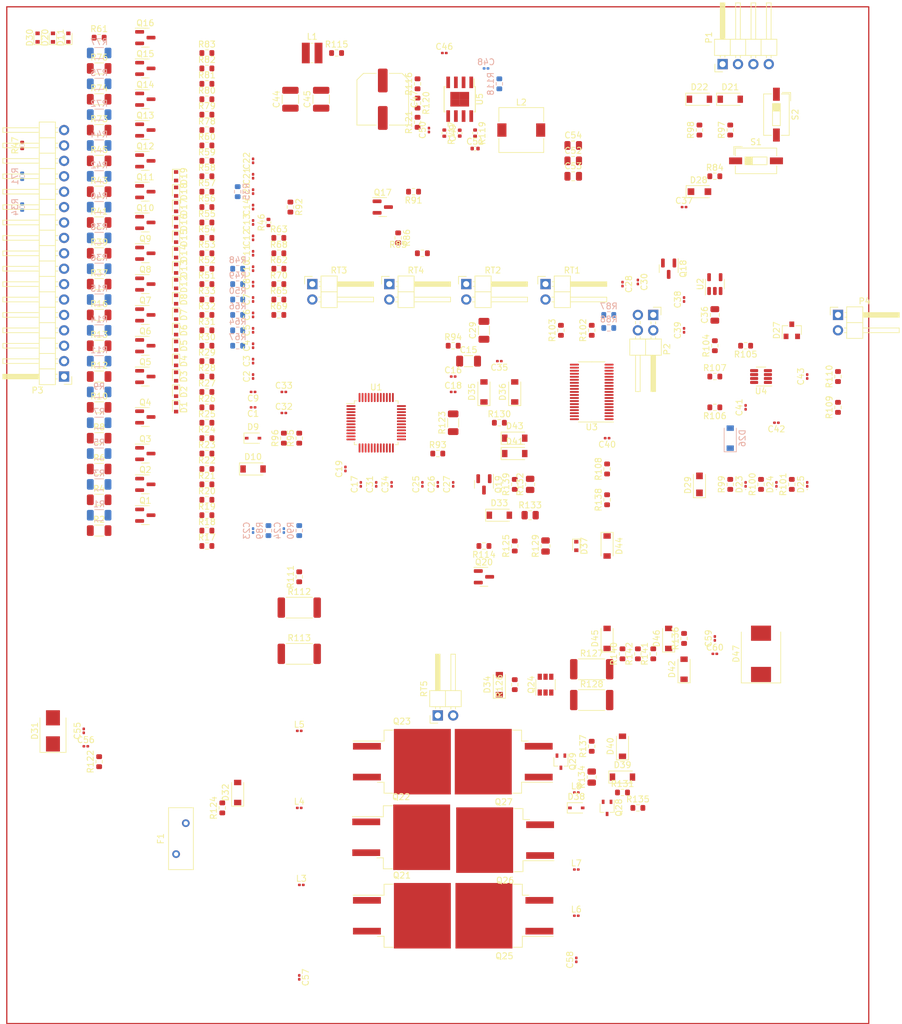
<source format=kicad_pcb>
(kicad_pcb (version 20211014) (generator pcbnew)
  (layers (0 "F.Cu" signal) (31 "B.Cu" signal) (34 "B.Paste" user) (35 "F.Paste" user) (36 "B.SilkS" user "B.Silkscreen") (37 "F.SilkS" user "F.Silkscreen") (38 "B.Mask" user) (39 "F.Mask" user) (44 "Edge.Cuts" user))
  (net 0 "")
  (net 1 "GND")
  (net 2 "/Monitor and Cell Balancing/VC0")
  (net 3 "/Monitor and Cell Balancing/VC1")
  (net 4 "/Monitor and Cell Balancing/VC2")
  (net 5 "/Monitor and Cell Balancing/VC3")
  (net 6 "/Monitor and Cell Balancing/VC4")
  (net 7 "/Monitor and Cell Balancing/VC5")
  (net 8 "/Monitor and Cell Balancing/VC6")
  (net 9 "/Monitor and Cell Balancing/VC7")
  (net 10 "/Monitor and Cell Balancing/VC8")
  (net 11 "/Monitor and Cell Balancing/VC9")
  (net 12 "/Monitor and Cell Balancing/VC10")
  (net 13 "/Monitor and Cell Balancing/VC11")
  (net 14 "/Monitor and Cell Balancing/VC12")
  (net 15 "/Monitor and Cell Balancing/VC13")
  (net 16 "Net-(C15-Pad1)")
  (net 17 "/Monitor and Cell Balancing/WAKE")
  (net 18 "Net-(C18-Pad2)")
  (net 19 "Net-(C19-Pad2)")
  (net 20 "/Monitor and Cell Balancing/VC14")
  (net 21 "Net-(C21-Pad1)")
  (net 22 "/Monitor and Cell Balancing/VC15")
  (net 23 "/Monitor and Cell Balancing/VC16")
  (net 24 "/MCU and Communication/FETOFF")
  (net 25 "/MCU and Communication/SHUT")
  (net 26 "/Monitor and Cell Balancing/5V_AFE")
  (net 27 "Net-(C26-Pad1)")
  (net 28 "Net-(C27-Pad2)")
  (net 29 "/Monitor and Cell Balancing/TS1")
  (net 30 "Net-(C29-Pad2)")
  (net 31 "/Monitor and Cell Balancing/TS2")
  (net 32 "/Monitor and Cell Balancing/TS3")
  (net 33 "/Monitor and Cell Balancing/SRN")
  (net 34 "/Monitor and Cell Balancing/SRP")
  (net 35 "/Monitor and Cell Balancing/TS4")
  (net 36 "/MCU and Communication/BAT_ADC")
  (net 37 "/MCU and Communication/3V3")
  (net 38 "/MCU and Communication/5V")
  (net 39 "/MCU and Communication/SBIO")
  (net 40 "Net-(C40-Pad1)")
  (net 41 "Net-(C43-Pad1)")
  (net 42 "Net-(C44-Pad2)")
  (net 43 "Net-(C45-Pad2)")
  (net 44 "Net-(C46-Pad2)")
  (net 45 "Net-(C48-Pad1)")
  (net 46 "Net-(C49-Pad1)")
  (net 47 "Net-(C49-Pad2)")
  (net 48 "Net-(C50-Pad1)")
  (net 49 "Net-(C50-Pad2)")
  (net 50 "/BAT-")
  (net 51 "Net-(C55-Pad2)")
  (net 52 "/BAT+")
  (net 53 "Net-(C57-Pad1)")
  (net 54 "Net-(C57-Pad2)")
  (net 55 "/PACK+")
  (net 56 "/PACK-")
  (net 57 "Net-(C59-Pad2)")
  (net 58 "Net-(D1-Pad1)")
  (net 59 "/Monitor and Cell Balancing/CELL 0")
  (net 60 "Net-(D2-Pad1)")
  (net 61 "/Monitor and Cell Balancing/CELL 1")
  (net 62 "Net-(D3-Pad1)")
  (net 63 "/Monitor and Cell Balancing/CELL 2")
  (net 64 "Net-(D4-Pad1)")
  (net 65 "/Monitor and Cell Balancing/CELL 3")
  (net 66 "Net-(D5-Pad1)")
  (net 67 "/Monitor and Cell Balancing/CELL 4")
  (net 68 "Net-(D6-Pad1)")
  (net 69 "/Monitor and Cell Balancing/CELL 5")
  (net 70 "Net-(D7-Pad1)")
  (net 71 "/Monitor and Cell Balancing/CELL 6")
  (net 72 "Net-(D8-Pad1)")
  (net 73 "/Monitor and Cell Balancing/CELL 7")
  (net 74 "Net-(D11-Pad1)")
  (net 75 "/Monitor and Cell Balancing/CELL 16")
  (net 76 "Net-(D12-Pad1)")
  (net 77 "/Monitor and Cell Balancing/CELL 8")
  (net 78 "Net-(D13-Pad1)")
  (net 79 "/Monitor and Cell Balancing/CELL 9")
  (net 80 "Net-(D14-Pad1)")
  (net 81 "/Monitor and Cell Balancing/CELL 10")
  (net 82 "Net-(D15-Pad1)")
  (net 83 "/Monitor and Cell Balancing/CELL 11")
  (net 84 "Net-(D16-Pad1)")
  (net 85 "/Monitor and Cell Balancing/CELL 12")
  (net 86 "Net-(D17-Pad1)")
  (net 87 "/Monitor and Cell Balancing/CELL 13")
  (net 88 "Net-(D18-Pad1)")
  (net 89 "/Monitor and Cell Balancing/CELL 14")
  (net 90 "Net-(D19-Pad1)")
  (net 91 "/Monitor and Cell Balancing/CELL 15")
  (net 92 "Net-(D20-Pad1)")
  (net 93 "Net-(D21-Pad1)")
  (net 94 "Net-(D22-Pad1)")
  (net 95 "/MCU and Communication/LED1")
  (net 96 "Net-(D23-Pad2)")
  (net 97 "/MCU and Communication/LED2")
  (net 98 "Net-(D24-Pad2)")
  (net 99 "/MCU and Communication/LED3")
  (net 100 "Net-(D25-Pad2)")
  (net 101 "/MCU and Communication/CANH")
  (net 102 "/MCU and Communication/CANL")
  (net 103 "/HIGH SIDE MOSFETS AND DRIVERS/Fuse")
  (net 104 "/MCU and Communication/FUSE_MCU")
  (net 105 "Net-(D32-Pad1)")
  (net 106 "/HIGH SIDE MOSFETS AND DRIVERS/PDSG")
  (net 107 "Net-(D34-Pad1)")
  (net 108 "Net-(D34-Pad2)")
  (net 109 "/Monitor and Cell Balancing/DSG")
  (net 110 "Net-(D36-Pad1)")
  (net 111 "Net-(D37-Pad1)")
  (net 112 "Net-(D37-Pad2)")
  (net 113 "Net-(D38-Pad1)")
  (net 114 "Net-(D40-Pad1)")
  (net 115 "/Monitor and Cell Balancing/LD")
  (net 116 "Net-(D42-Pad2)")
  (net 117 "/Monitor and Cell Balancing/PACK")
  (net 118 "Net-(D44-Pad1)")
  (net 119 "Net-(D45-Pad1)")
  (net 120 "Net-(L3-Pad2)")
  (net 121 "Net-(L4-Pad2)")
  (net 122 "Net-(L5-Pad2)")
  (net 123 "Net-(L6-Pad1)")
  (net 124 "Net-(L7-Pad1)")
  (net 125 "Net-(L8-Pad1)")
  (net 126 "/MCU and Communication/SCL")
  (net 127 "/MCU and Communication/SCL_MCU")
  (net 128 "/MCU and Communication/SDA")
  (net 129 "/MCU and Communication/SDA_MCU")
  (net 130 "Net-(Q1-Pad3)")
  (net 131 "Net-(Q2-Pad3)")
  (net 132 "Net-(Q3-Pad3)")
  (net 133 "Net-(Q4-Pad3)")
  (net 134 "Net-(Q5-Pad3)")
  (net 135 "Net-(Q6-Pad3)")
  (net 136 "Net-(Q7-Pad3)")
  (net 137 "Net-(Q8-Pad3)")
  (net 138 "Net-(Q9-Pad3)")
  (net 139 "Net-(Q10-Pad3)")
  (net 140 "Net-(Q11-Pad3)")
  (net 141 "Net-(Q12-Pad3)")
  (net 142 "Net-(Q13-Pad3)")
  (net 143 "Net-(Q14-Pad3)")
  (net 144 "Net-(Q15-Pad3)")
  (net 145 "Net-(Q16-Pad3)")
  (net 146 "Net-(Q17-Pad1)")
  (net 147 "Net-(Q17-Pad3)")
  (net 148 "/MCU and Communication/BATS_EN")
  (net 149 "Net-(Q18-Pad3)")
  (net 150 "Net-(Q19-Pad1)")
  (net 151 "Net-(Q20-Pad3)")
  (net 152 "Net-(Q24-Pad1)")
  (net 153 "Net-(Q28-Pad3)")
  (net 154 "Net-(Q29-Pad3)")
  (net 155 "Net-(R62-Pad1)")
  (net 156 "Net-(R63-Pad1)")
  (net 157 "Net-(R65-Pad1)")
  (net 158 "Net-(R68-Pad1)")
  (net 159 "Net-(R69-Pad1)")
  (net 160 "Net-(R70-Pad1)")
  (net 161 "Net-(R84-Pad2)")
  (net 162 "Net-(R87-Pad1)")
  (net 163 "Net-(R88-Pad1)")
  (net 164 "Net-(R93-Pad1)")
  (net 165 "/MCU and Communication/SBCLK")
  (net 166 "Net-(R105-Pad1)")
  (net 167 "/MCU and Communication/STB")
  (net 168 "/MCU and Communication/RXD")
  (net 169 "Net-(R106-Pad2)")
  (net 170 "/MCU and Communication/TXD")
  (net 171 "Net-(R107-Pad2)")
  (net 172 "/MCU and Communication/PTC_PULL")
  (net 173 "/Monitor and Cell Balancing/FUSE_AFE")
  (net 174 "Net-(R116-Pad2)")
  (net 175 "Net-(R117-Pad1)")
  (net 176 "/HIGH SIDE MOSFETS AND DRIVERS/CHG")
  (net 177 "Net-(R132-Pad2)")
  (net 179 "/MCU and Communication/ALERT")
  (net 180 "/MCU and Communication/DCSG")
  (net 181 "/MCU and Communication/DDSG")
  (net 188 "/AUX POWER/POW_EN")
  (footprint "Capacitor_SMD:C_0201_0603Metric" (layer "F.Cu") (at 60.96 71.12 90)
    (fp_text reference "C5")
    (fp_text value "0.22uf")
  )
  (footprint "Resistor_SMD:R_0603_1608Metric" (layer "F.Cu") (at 53.34 101.6)
    (fp_text reference "R19")
    (fp_text value "100")
  )
  (footprint "Resistor_SMD:R_0603_1608Metric" (layer "F.Cu") (at 53.34 30.48)
    (fp_text reference "R81")
    (fp_text value "100")
  )
  (footprint "Inductor_SMD:L_0201_0603Metric" (layer "F.Cu") (at 114.3 167.64)
    (fp_text reference "L6")
    (fp_text value "600ohm")
  )
  (footprint "Diode_SMD:D_SOD-523" (layer "F.Cu") (at 25.4 22.86 90)
    (fp_text reference "D30")
    (fp_text value "BAS516,115" hide)
  )
  (footprint "Capacitor_SMD:C_0201_0603Metric" (layer "F.Cu") (at 132.08 50.8)
    (fp_text reference "C37")
    (fp_text value "2.2uF")
  )
  (footprint "Resistor_SMD:R_0603_1608Metric" (layer "F.Cu") (at 104.14 129.54 90)
    (fp_text reference "R126")
    (fp_text value "1.0M")
  )
  (footprint "Resistor_SMD:R_0603_1608Metric" (layer "F.Cu") (at 53.34 40.64)
    (fp_text reference "R60")
    (fp_text value "100")
  )
  (footprint "Resistor_SMD:R_1206_3216Metric" (layer "F.Cu") (at 35.56 27.94)
    (fp_text reference "R76")
    (fp_text value "CRCW120680R6FKEA")
  )
  (footprint "Capacitor_SMD:C_0201_0603Metric" (layer "F.Cu") (at 81.28 96.52 90)
    (fp_text reference "C31")
    (fp_text value "470uF")
  )
  (footprint "Capacitor_SMD:C_1210_3225Metric" (layer "F.Cu") (at 72.2 33.02 90)
    (fp_text reference "C45")
    (fp_text value "4.7uF")
  )
  (footprint "Resistor_SMD:R_0603_1608Metric" (layer "F.Cu") (at 53.34 68.58)
    (fp_text reference "R32")
    (fp_text value "10K")
  )
  (footprint "Capacitor_SMD:C_0201_0603Metric" (layer "F.Cu") (at 33.365 139.7)
    (fp_text reference "C56")
    (fp_text value "0.1uF")
  )
  (footprint "Package_TO_SOT_SMD:SOT-23" (layer "F.Cu") (at 43.18 63.5)
    (fp_text reference "Q8")
    (fp_text value "DMG2302UK-7")
  )
  (footprint "Resistor_SMD:R_0603_1608Metric" (layer "F.Cu") (at 91.44 91.44)
    (fp_text reference "R93")
    (fp_text value "100")
  )
  (footprint "Diode_SMD:D_SOT-23_ANK" (layer "F.Cu") (at 149.86 71.12 90)
    (fp_text reference "D27")
    (fp_text value "NUP3105LT1G")
  )
  (footprint "Diode_SMD:D_SOD-123" (layer "F.Cu") (at 129.54 121.92 90)
    (fp_text reference "D46")
    (fp_text value "BAT46W-7-F")
  )
  (footprint "Resistor_SMD:R_0603_1608Metric" (layer "F.Cu") (at 119.38 99.06 90)
    (fp_text reference "R138")
    (fp_text value "49.9k")
  )
  (footprint "Diode_SMD:D_SOD-523" (layer "F.Cu") (at 48.26 83.82 -90)
    (fp_text reference "D1")
    (fp_text value "5.6V")
  )
  (footprint "Resistor_SMD:R_0603_1608Metric" (layer "F.Cu") (at 53.34 99.06)
    (fp_text reference "R20")
    (fp_text value "10K")
  )
  (footprint "Diode_SMD:D_SOD-323" (layer "F.Cu") (at 114.3 149.86)
    (fp_text reference "D38")
    (fp_text value "BZT52C5V1S-7-F 5.1V")
  )
  (footprint "Resistor_SMD:R_0603_1608Metric" (layer "F.Cu") (at 53.34 25.4)
    (fp_text reference "R83")
    (fp_text value "100")
  )
  (footprint "Diode_SMD:D_SOD-123" (layer "F.Cu") (at 139.7 33.02)
    (fp_text reference "D21")
    (fp_text value "MMSZ4685T1G 3.6V")
  )
  (footprint "Capacitor_SMD:C_0201_0603Metric" (layer "F.Cu") (at 93.98 81.28)
    (fp_text reference "C18")
    (fp_text value "1uF")
  )
  (footprint "Resistor_SMD:R_0603_1608Metric" (layer "F.Cu") (at 65.215 58.42)
    (fp_text reference "R68")
    (fp_text value "0")
  )
  (footprint "Resistor_SMD:R_0402_1005Metric" (layer "F.Cu") (at 97.6 38.61 -90)
    (fp_text reference "R119")
    (fp_text value "52.3k")
  )
  (footprint "Resistor_SMD:R_0603_1608Metric" (layer "F.Cu") (at 142.24 73.66 180)
    (fp_text reference "R105")
    (fp_text value "100")
  )
  (footprint "Capacitor_SMD:C_0402_1005Metric" (layer "F.Cu") (at 95.06 38.61 90)
    (fp_text reference "C49")
    (fp_text value "2200pF")
  )
  (footprint "Capacitor_SMD:C_0201_0603Metric" (layer "F.Cu") (at 119.38 88.9 180)
    (fp_text reference "C40")
    (fp_text value "470pF")
  )
  (footprint "Diode_SMD:D_SMC" (layer "F.Cu") (at 144.78 124.46 90)
    (fp_text reference "D47")
    (fp_text value "~")
  )
  (footprint "Package_SO:TI_SO-PowerPAD-8" (layer "F.Cu") (at 95.06 33.02 -90)
    (fp_text reference "U5")
    (fp_text value "LM5163DDAR")
  )
  (footprint "Diode_SMD:D_SOD-523" (layer "F.Cu") (at 48.26 73.66 -90)
    (fp_text reference "D5")
    (fp_text value "5.6V")
  )
  (footprint "Package_TO_SOT_SMD:SOT-23" (layer "F.Cu") (at 82.36 50.8)
    (fp_text reference "Q17")
    (fp_text value "ZXMP10A13FTA")
  )
  (footprint "Resistor_SMD:R_0603_1608Metric" (layer "F.Cu") (at 65.215 68.58)
    (fp_text reference "R69")
    (fp_text value "0")
  )
  (footprint "Diode_SMD:D_SOD-123F" (layer "F.Cu") (at 134.62 48.26)
    (fp_text reference "D28")
    (fp_text value "PMEG2010AEH,115")
  )
  (footprint "Button_Switch_SMD:SW_DIP_SPSTx01_Slide_6.7x4.1mm_W6.73mm_P2.54mm_LowProfile_JPin" (layer "F.Cu") (at 143.955 43.18)
    (fp_text reference "S1")
    (fp_text value "RS-032G05A3-SM_RT")
  )
  (footprint "Capacitor_SMD:C_0402_1005Metric" (layer "F.Cu") (at 97.6 41.15)
    (fp_text reference "C51")
    (fp_text value "1500pF")
  )
  (footprint "Diode_SMD:D_SOD-523" (layer "F.Cu") (at 48.26 48.26 -90)
    (fp_text reference "D18")
    (fp_text value "5.6V")
  )
  (footprint "Capacitor_SMD:C_0201_0603Metric" (layer "F.Cu") (at 92.52 25.4)
    (fp_text reference "C46")
    (fp_text value "0.1uF")
  )
  (footprint "Capacitor_SMD:C_0201_0603Metric" (layer "F.Cu") (at 152.4 78.74 90)
    (fp_text reference "C43")
    (fp_text value "0.1uF")
  )
  (footprint "Capacitor_SMD:C_0201_0603Metric" (layer "F.Cu") (at 142.24 83.82 90)
    (fp_text reference "C41")
    (fp_text value "0.1uF")
  )
  (footprint "Resistor_SMD:R_0603_1608Metric" (layer "F.Cu") (at 93.98 73.66)
    (fp_text reference "R94")
    (fp_text value "249")
  )
  (footprint "Inductor_SMD:L_0201_0603Metric" (layer "F.Cu") (at 68.58 149.86)
    (fp_text reference "L4")
    (fp_text value "600 ohm")
  )
  (footprint "Diode_SMD:D_SOD-123" (layer "F.Cu") (at 104.14 91.44)
    (fp_text reference "D41")
    (fp_text value "75V")
  )
  (footprint "Resistor_SMD:R_0603_1608Metric" (layer "F.Cu") (at 84.9 55.88 -90)
    (fp_text reference "R86")
    (fp_text value "665k")
  )
  (footprint "Resistor_SMD:R_0603_1608Metric" (layer "F.Cu") (at 124.46 124.46 90)
    (fp_text reference "R142")
    (fp_text value "20k")
  )
  (footprint "Resistor_SMD:R_0603_1608Metric" (layer "F.Cu") (at 116.84 139.7 90)
    (fp_text reference "R137")
    (fp_text value "10M")
  )
  (footprint "Capacitor_SMD:C_0201_0603Metric" (layer "F.Cu") (at 66.04 84.75)
    (fp_text reference "C32")
    (fp_text value "0.1uF")
  )
  (footprint "Diode_SMD:D_SOD-123" (layer "F.Cu") (at 58.42 147.32 90)
    (fp_text reference "D32")
    (fp_text value "16V")
  )
  (footprint "Diode_SMD:D_SOD-123" (layer "F.Cu") (at 104.14 81.28 90)
    (fp_text reference "D36")
    (fp_text value "BAT46W-7-F")
  )
  (footprint "Inductor_SMD:L_0201_0603Metric" (layer "F.Cu") (at 114.3 160.02)
    (fp_text reference "L7")
    (fp_text value "600ohm")
  )
  (footprint "Capacitor_SMD:C_0201_0603Metric" (layer "F.Cu") (at 83.82 96.52 90)
    (fp_text reference "C34")
    (fp_text value "470uF")
  )
  (footprint "Resistor_SMD:R_0603_1608Metric" (layer "F.Cu") (at 53.34 71.12)
    (fp_text reference "R31")
    (fp_text value "100")
  )
  (footprint "Capacitor_SMD:C_0201_0603Metric" (layer "F.Cu") (at 68.58 177.8 -90)
    (fp_text reference "C57")
    (fp_text value "0.1uF")
  )
  (footprint "Capacitor_SMD:C_0201_0603Metric" (layer "F.Cu") (at 93.98 96.52 90)
    (fp_text reference "C27")
    (fp_text value "0.022uF")
  )
  (footprint "Diode_SMD:D_SOD-523" (layer "F.Cu") (at 48.26 55.88 -90)
    (fp_text reference "D15")
    (fp_text value "5.6V")
  )
  (footprint "Package_TO_SOT_SMD:TO-263-2" (layer "F.Cu") (at 102.32 142.24 180)
    (fp_text reference "Q27")
    (fp_text value "CSD19536KTT")
  )
  (footprint "Resistor_SMD:R_0603_1608Metric" (layer "F.Cu") (at 132.08 121.92 90)
    (fp_text reference "R136")
    (fp_text value "10k")
  )
  (footprint "Resistor_SMD:R_0603_1608Metric" (layer "F.Cu") (at 101.6 86.36)
    (fp_text reference "R130")
    (fp_text value "100")
  )
  (footprint "Connector_PinHeader_2.54mm:PinHeader_1x02_P2.54mm_Horizontal" (layer "F.Cu") (at 91.44 134.62 90)
    (fp_text reference "RT5")
    (fp_text value "TMP6131DECR")
  )
  (footprint "Resistor_SMD:R_0603_1608Metric" (layer "F.Cu") (at 35.56 142.24 90)
    (fp_text reference "R122")
    (fp_text value "200")
  )
  (footprint "Diode_SMD:D_SOD-123" (layer "F.Cu") (at 101.6 129.54 90)
    (fp_text reference "D34")
    (fp_text value "16V")
  )
  (footprint "Capacitor_SMD:C_0201_0603Metric" (layer "F.Cu") (at 60.96 55.88 90)
    (fp_text reference "C12")
    (fp_text value "0.22uf")
  )
  (footprint "Diode_SMD:D_SOD-523" (layer "F.Cu") (at 48.26 45.72 -90)
    (fp_text reference "D19")
    (fp_text value "5.6V")
  )
  (footprint "Diode_SMD:D_SOD-523" (layer "F.Cu") (at 27.94 22.86 90)
    (fp_text reference "D20")
    (fp_text value "BAS516,115" hide)
  )
  (footprint "Capacitor_SMD:C_0201_0603Metric" (layer "F.Cu") (at 60.96 83.82 180)
    (fp_text reference "C1")
    (fp_text value "0.22uf")
  )
  (footprint "Resistor_SMD:R_1206_3216Metric" (layer "F.Cu") (at 35.56 53.34)
    (fp_text reference "R41")
    (fp_text value "80.6")
  )
  (footprint "Resistor_SMD:R_0603_1608Metric" (layer "F.Cu") (at 53.34 58.42)
    (fp_text reference "R53")
    (fp_text value "10K")
  )
  (footprint "Diode_SMD:D_SOD-323" (layer "F.Cu") (at 60.96 88.9)
    (fp_text reference "D9")
    (fp_text value "BAT42WS-7-F")
  )
  (footprint "Capacitor_SMD:C_0201_0603Metric" (layer "F.Cu") (at 132.08 71.12 90)
    (fp_text reference "C39")
    (fp_text value "1000pF")
  )
  (footprint "Capacitor_SMD:C_1206_3216Metric" (layer "F.Cu") (at 99.06 71.12 90)
    (fp_text reference "C29")
    (fp_text value "1uF")
  )
  (footprint "Resistor_SMD:R_0603_1608Metric" (layer "F.Cu") (at 53.34 78.74)
    (fp_text reference "R28")
    (fp_text value "10K")
  )
  (footprint "Package_TO_SOT_SMD:SOT-23" (layer "F.Cu") (at 43.18 38.1)
    (fp_text reference "Q13")
    (fp_text value "DMG2302UK-7")
  )
  (footprint "Resistor_SMD:R_0402_1005Metric" (layer "F.Cu") (at 63.5 53.34 90)
    (fp_text reference "R46")
    (fp_text value "0")
  )
  (footprint "Package_TO_SOT_SMD:SOT-23-8" (layer "F.Cu") (at 144.78 78.74 180)
    (fp_text reference "U4")
    (fp_text value "TCAN1044VDDFR")
  )
  (footprint "Connector_PinHeader_2.54mm:PinHeader_1x02_P2.54mm_Horizontal" (layer "F.Cu") (at 109.22 63.5)
    (fp_text reference "RT1")
    (fp_text value "Thermistor_NTC")
  )
  (footprint "Resistor_SMD:R_0603_1608Metric" (layer "F.Cu") (at 157.48 83.82 90)
    (fp_text reference "R109")
    (fp_text value "60.4")
  )
  (footprint "Resistor_SMD:R_0402_1005Metric" (layer "F.Cu") (at 92.52 38.61 -90)
    (fp_text reference "R117")
    (fp_text value "0")
  )
  (footprint "Resistor_SMD:R_1206_3216Metric" (layer "F.Cu") (at 93.98 86.36 90)
    (fp_text reference "R123")
    (fp_text value "499")
  )
  (footprint "Capacitor_SMD:C_0201_0603Metric" (layer "F.Cu") (at 60.96 73.66 90)
    (fp_text reference "C4")
    (fp_text value "0.22uf")
  )
  (footprint "Package_QFP:TQFP-48_7x7mm_P0.5mm" (layer "F.Cu") (at 81.28 86.36)
    (fp_text reference "U1")
    (fp_text value "BQ76952PFBR")
  )
  (footprint "Resistor_SMD:R_0603_1608Metric" (layer "F.Cu") (at 104.14 106.68 90)
    (fp_text reference "R125")
    (fp_text value "49.9k")
  )
  (footprint "Capacitor_SMD:C_0201_0603Metric" (layer "F.Cu") (at 88.9 96.52 90)
    (fp_text reference "C25")
    (fp_text value "1uF")
  )
  (footprint "Package_TO_SOT_SMD:SOT-23-5" (layer "F.Cu") (at 137.16 63.5 90)
    (fp_text reference "U2")
    (fp_text value "TLV70433DBVT")
  )
  (footprint "Resistor_SMD:R_0603_1608Metric" (layer "F.Cu") (at 104.14 96.52 90)
    (fp_text reference "R139")
    (fp_text value "5.1k")
  )
  (footprint "Resistor_SMD:R_0603_1608Metric" (layer "F.Cu") (at 53.34 48.26)
    (fp_text reference "R57")
    (fp_text value "10K")
  )
  (footprint "Resistor_SMD:R_0603_1608Metric" (layer "F.Cu") (at 119.38 93.98 90)
    (fp_text reference "R108")
    (fp_text value "10K")
  )
  (footprint "Connector_PinHeader_2.54mm:PinHeader_1x02_P2.54mm_Horizontal" (layer "F.Cu") (at 83.44 63.5)
    (fp_text reference "RT4")
    (fp_text value "RT4")
  )
  (footprint "Diode_SMD:D_SOD-123" (layer "F.Cu") (at 101.6 101.6)
    (fp_text reference "D33")
    (fp_text value "75V")
  )
  (footprint "Capacitor_SMD:C_0201_0603Metric" (layer "F.Cu") (at 147.32 86.36 180)
    (fp_text reference "C42")
    (fp_text value "0.1uF")
  )
  (footprint "Package_TO_SOT_SMD:SOT-23" (layer "F.Cu") (at 43.18 22.86)
    (fp_text reference "Q16")
    (fp_text value "DMG2302UK-7")
  )
  (footprint "Diode_SMD:D_SOD-123" (layer "F.Cu") (at 119.38 121.92 90)
    (fp_text reference "D45")
    (fp_text value "BAT46W-7-F")
  )
  (footprint "Package_TO_SOT_SMD:TO-263-2" (layer "F.Cu") (at 85.41 154.705)
    (fp_text reference "Q22")
    (fp_text value "CSD19536KTT")
  )
  (footprint "Capacitor_SMD:C_0201_0603Metric" (layer "F.Cu") (at 60.96 58.42 90)
    (fp_text reference "C11")
    (fp_text value "0.22uf")
  )
  (footprint "Resistor_SMD:R_0603_1608Metric" (layer "F.Cu") (at 124.46 149.86)
    (fp_text reference "R135")
    (fp_text value "511")
  )
  (footprint "Diode_SMD:D_SOD-123" (layer "F.Cu") (at 99.06 81.28 90)
    (fp_text reference "D35")
    (fp_text value "NC")
  )
  (footprint "Capacitor_SMD:C_0201_0603Metric" (layer "F.Cu") (at 33.02 137.16 90)
    (fp_text reference "C55")
    (fp_text value "0.1uF")
  )
  (footprint "Resistor_SMD:R_0603_1608Metric" (layer "F.Cu") (at 74.74 25.4)
    (fp_text reference "R115")
    (fp_text value "100")
  )
  (footprint "Capacitor_SMD:C_0201_0603Metric" (layer "F.Cu") (at 60.96 78.74 90)
    (fp_text reference "C2")
    (fp_text value "0.22uf")
  )
  (footprint "Capacitor_SMD:C_0201_0603Metric" (layer "F.Cu") (at 66.04 81.28)
    (fp_text reference "C33")
    (fp_text value "100pFD")
  )
  (footprint "Package_TO_SOT_SMD:SOT-23" (layer "F.Cu") (at 43.18 101.6)
    (fp_text reference "Q1")
    (fp_text value "DMG2302UK-7")
  )
  (footprint "Capacitor_SMD:C_0201_0603Metric" (layer "F.Cu") (at 114.3 174.915 90)
    (fp_text reference "C58")
    (fp_text value "0.1uF")
  )
  (footprint "Resistor_SMD:R_0603_1608Metric" (layer "F.Cu") (at 53.34 81.28)
    (fp_text reference "R27")
    (fp_text value "100")
  )
  (footprint "Capacitor_SMD:C_0201_0603Metric" (layer "F.Cu") (at 60.96 53.34 90)
    (fp_text reference "C13")
    (fp_text value "0.22uf")
  )
  (footprint "Inductor_SMD:L_Wuerth_MAPI-3015" (layer "F.Cu") (at 70.71 25.4)
    (fp_text reference "L1")
    (fp_text value "10uH")
  )
  (footprint "Resistor_SMD:R_0603_1608Metric" (layer "F.Cu") (at 53.34 53.34)
    (fp_text reference "R55")
    (fp_text value "10K")
  )
  (footprint "Diode_SMD:D_SOD-123" (layer "F.Cu") (at 60.96 93.98)
    (fp_text reference "D10")
    (fp_text value "MMSZ4685T1G  3.6V")
  )
  (footprint "Capacitor_SMD:C_0201_0603Metric" (layer "F.Cu") (at 60.96 48.26 90)
    (fp_text reference "C20")
    (fp_text value "0.22uf")
  )
  (footprint "Resistor_SMD:R_0603_1608Metric" (layer "F.Cu") (at 53.34 63.5)
    (fp_text reference "R51")
    (fp_text value "10K")
  )
  (footprint "Resistor_SMD:R_0603_1608Metric" (layer "F.Cu") (at 149.86 96.52 90)
    (fp_text reference "R101")
    (fp_text value "470")
  )
  (footprint "Capacitor_SMD:C_0805_2012Metric" (layer "F.Cu") (at 113.79 45.72)
    (fp_text reference "C53")
    (fp_text value "4.7uF")
  )
  (footprint "Diode_SMD:D_SOD-523" (layer "F.Cu") (at 48.26 63.5 -90)
    (fp_text reference "D12")
    (fp_text value "5.6V")
  )
  (footprint "Resistor_SMD:R_0603_1608Metric" (layer "F.Cu") (at 144.78 96.52 90)
    (fp_text reference "R100")
    (fp_text value "470")
  )
  (footprint "Connector_PinHeader_2.54mm:PinHeader_1x02_P2.54mm_Horizontal" (layer "F.Cu") (at 157.48 68.58)
    (fp_text reference "P4")
    (fp_text value "HEADER 2")
  )
  (footprint "Resistor_SMD:R_0603_1608Metric" (layer "F.Cu") (at 67.12 50.8 -90)
    (fp_text reference "R92")
    (fp_text value "1.0M")
  )
  (footprint "Resistor_SMD:R_0603_1608Metric" (layer "F.Cu") (at 66.04 88.9 90)
    (fp_text reference "R96")
    (fp_text value "100")
  )
  (footprint "Package_TO_SOT_SMD:SuperSOT-6" (layer "F.Cu") (at 109.22 129.54 90)
    (fp_text reference "Q24")
    (fp_text value "FDC3535")
  )
  (footprint "Resistor_SMD:R_0402_1005Metric" (layer "F.Cu") (at 22.86 40.64 90)
    (fp_text reference "R47")
    (fp_text value "0")
  )
  (footprint "Resistor_SMD:R_0603_1608Metric" (layer "F.Cu") (at 88.9 58.42)
    (fp_text reference "R85")
    (fp_text value "13.3k")
  )
  (footprint "Resistor_SMD:R_1206_3216Metric" (layer "F.Cu") (at 35.56 88.9)
    (fp_text reference "R8")
    (fp_text value "80.6")
  )
  (footprint "Capacitor_SMD:C_0201_0603Metric" (layer "F.Cu") (at 89.98 38.1 90)
    (fp_text reference "C50")
    (fp_text value "100pF")
  )
  (footprint "Diode_SMD:D_SOD-523" (layer "F.Cu") (at 48.26 58.42 -90)
    (fp_text reference "D14")
    (fp_text value "5.6V")
  )
  (footprint "Resistor_SMD:R_0603_1608Metric" (layer "F.Cu") (at 127 124.46 90)
    (fp_text reference "R141")
    (fp_text value "20k")
  )
  (footprint "Resistor_SMD:R_1206_3216Metric" (layer "F.Cu") (at 35.56 78.74)
    (fp_text reference "R12")
    (fp_text value "CRCW120680R6FKEA")
  )
  (footprint "Capacitor_SMD:C_0201_0603Metric" (layer "F.Cu") (at 76.2 93.98 90)
    (fp_text reference "C19")
    (fp_text value "2.2uF")
  )
  (footprint "Capacitor_SMD:C_0201_0603Metric" (layer "F.Cu") (at 60.96 76.2 90)
    (fp_text reference "C3")
    (fp_text value "0.22uf")
  )
  (footprint "Resistor_SMD:R_0603_1608Metric" (layer "F.Cu") (at 65.215 60.96)
    (fp_text reference "R62")
    (fp_text value "0")
  )
  (footprint "Package_TO_SOT_SMD:SOT-23" (layer "F.Cu") (at 43.18 53.34)
    (fp_text reference "Q10")
    (fp_text value "DMG2302UK-7")
  )
  (footprint "Capacitor_SMD:C_0201_0603Metric" (layer "F.Cu") (at 60.96 50.8 90)
    (fp_text reference "C14")
    (fp_text value "0.22uf")
  )
  (footprint "Connector_PinHeader_2.54mm:PinHeader_1x17_P2.54mm_Horizontal" (layer "F.Cu") (at 29.775 78.745 180)
    (fp_text reference "P3")
    (fp_text value "HEADER 17")
  )
  (footprint "Resistor_SMD:R_1206_3216Metric" (layer "F.Cu") (at 35.56 93.98)
    (fp_text reference "R6")
    (fp_text value "80.6")
  )
  (footprint "Resistor_SMD:R_0603_1608Metric" (layer "F.Cu") (at 111.76 71.12 90)
    (fp_text reference "R103")
    (fp_text value "10K")
  )
  (footprint "Package_TO_SOT_SMD:SOT-23" (layer "F.Cu") (at 43.18 48.26)
    (fp_text reference "Q11")
    (fp_text value "DMG2302UK-7")
  )
  (footprint "Package_TO_SOT_SMD:TO-263-2" (layer "F.Cu") (at 85.525 167.64)
    (fp_text reference "Q21")
    (fp_text value "CSD19536KTT")
  )
  (footprint "Package_TO_SOT_SMD:SOT-23" (layer "F.Cu") (at 43.18 58.42)
    (fp_text reference "Q9")
    (fp_text value "DMG2302UK-7")
  )
  (footprint "Capacitor_SMD:C_0201_0603Metric" (layer "F.Cu") (at 121.92 63.5 -90)
    (fp_text reference "C28")
    (fp_text value "470uF")
  )
  (footprint "Resistor_SMD:R_0603_1608Metric" (layer "F.Cu") (at 53.34 60.96)
    (fp_text reference "R52")
    (fp_text value "100")
  )
  (footprint "Capacitor_SMD:C_0805_2012Metric" (layer "F.Cu") (at 137.16 68.58 90)
    (fp_text reference "C36")
    (fp_text value "10uF")
  )
  (footprint "Inductor_SMD:L_0201_0603Metric" (layer "F.Cu") (at 114.3 147.32)
    (fp_text reference "L8")
    (fp_text value "600 ohm")
  )
  (footprint "Capacitor_SMD:C_0201_0603Metric" (layer "F.Cu") (at 137.16 121.92 90)
    (fp_text reference "C59")
    (fp_text value "0.1uF")
  )
  (footprint "Resistor_SMD:R_0603_1608Metric" (layer "F.Cu") (at 65.215 66.04)
    (fp_text reference "R65")
    (fp_text value "0")
  )
  (footprint "Resistor_SMD:R_1206_3216Metric" (layer "F.Cu") (at 35.56 99.06)
    (fp_text reference "R4")
    (fp_text value "80.6")
  )
  (footprint "Resistor_SMD:R_0603_1608Metric" (layer "F.Cu") (at 121.92 147.32)
    (fp_text reference "R131")
    (fp_text value "10M")
  )
  (footprint "Resistor_SMD:R_0603_1608Metric" (layer "F.Cu") (at 53.34 27.94)
    (fp_text reference "R82")
    (fp_text value "10K")
  )
  (footprint "Capacitor_SMD:C_0201_0603Metric" (layer "F.Cu") (at 101.6 76.2 180)
    (fp_text reference "C35")
    (fp_text value " 440pF")
  )
  (footprint "Resistor_SMD:R_0603_1608Metric" (layer "F.Cu") (at 139.7 38.1 90)
    (fp_text reference "R97")
    (fp_text value "100")
  )
  (footprint "Resistor_SMD:R_0603_1608Metric" (layer "F.Cu") (at 53.34 38.1)
    (fp_text reference "R78")
    (fp_text value "10K")
  )
  (footprint "Capacitor_SMD:C_0201_0603Metric" (layer "F.Cu") (at 132.08 66.04 90)
    (fp_text reference "C38")
    (fp_text value "0.1uF")
  )
  (footprint "Package_TO_SOT_SMD:TO-263-2" (layer "F.Cu") (at 85.525 142.24)
    (fp_text reference "Q23")
    (fp_text value "CSD19536KTT")
  )
  (footprint "Diode_SMD:D_SOD-523" (layer "F.Cu") (at 48.26 81.28 -90)
    (fp_text reference "D2")
    (fp_text value "5.6V")
  )
  (footprint "Resistor_SMD:R_0603_1608Metric" (layer "F.Cu") (at 53.34 43.18)
    (fp_text reference "R59")
    (fp_text value "10K")
  )
  (footprint "Resistor_SMD:R_0603_1608Metric" (layer "F.Cu") (at 99.06 106.68 180)
    (fp_text reference "R114")
    (fp_text value "5.1k")
  )
  (footprint "Package_TO_SOT_SMD:SOT-23" (layer "F.Cu") (at 43.18 27.94)
    (fp_text reference "Q15")
    (fp_text value "DMG2302UK-7")
  )
  (footprint "Resistor_SMD:R_0603_1608Metric" (layer "F.Cu") (at 116.84 71.12 90)
    (fp_text reference "R102")
    (fp_text value "10K")
  )
  (footprint "Diode_SMD:D_SOD-523" (layer "F.Cu") (at 48.26 68.58 -90)
    (fp_text reference "D7")
    (fp_text value "5.6V")
  )
  (footprint "Resistor_SMD:R_0603_1608Metric" (layer "F.Cu") (at 88.1 33.65 -90)
    (fp_text reference "R120")
    (fp_text value "63.4K")
  )
  (footprint "Diode_SMD:D_SOD-123" (layer "F.Cu") (at 121.92 139.7 90)
    (fp_text reference "D40")
    (fp_text value "MMSZ5246B-7-F")
  )
  (footprint "Resistor_SMD:R_0603_1608Metric" (layer "F.Cu") (at 53.34 96.52)
    (fp_text reference "R21")
    (fp_text value "100")
  )
  (footprint "Resistor_SMD:R_2512_6332Metric" (layer "F.Cu") (at 68.58 116.84)
    (fp_text reference "R112")
    (fp_text value "0.002")
  )
  (footprint "Resistor_SMD:R_0603_1608Metric" (layer "F.Cu") (at 53.34 66.04)
    (fp_text reference "R33")
    (fp_text value "100")
  )
  (footprint "Capacitor_SMD:C_Elec_8x6.2" (layer "F.Cu") (at 82.36 33.02 -90)
    (fp_text reference "C47")
    (fp_text value "10uF")
  )
  (footprint "Resistor_SMD:R_0603_1608Metric" (layer "F.Cu") (at 65.215 63.5)
    (fp_text reference "R70")
    (fp_text value "0")
  )
  (footprint "Resistor_SMD:R_0603_1608Metric" (layer "F.Cu") (at 53.34 86.36)
    (fp_text reference "R25")
    (fp_text value "100")
  )
  (footprint "Resistor_SMD:R_0603_1608Metric" (layer "F.Cu") (at 139.7 96.52 90)
    (fp_text reference "R99")
    (fp_text value "470")
  )
  (footprint "Inductor_SMD:L_7.3x7.3_H3.5" (layer "F.Cu") (at 105.22 38.1)
    (fp_text reference "L2")
    (fp_text value "68uH")
  )
  (footprint "Capacitor_SMD:C_0201_0603Metric" (layer "F.Cu") (at 124.46 63.155 -90)
    (fp_text reference "C30")
    (fp_text value "470uF")
  )
  (footprint "Diode_SMD:D_SOD-523" (layer "F.Cu") (at 48.26 50.8 -90)
    (fp_text reference "D17")
    (fp_text value "5.6V")
  )
  (footprint "Resistor_SMD:R_0603_1608Metric" (layer "F.Cu") (at 53.34 76.2)
    (fp_text reference "R29")
    (fp_text value "100")
  )
  (footprint "LED_SMD:LED_0201_0603Metric" (layer "F.Cu") (at 147.32 96.52 90)
    (fp_text reference "D24")
    (fp_text value "150060RS75000")
  )
  (footprint "Capacitor_SMD:C_0201_0603Metric" (layer "F.Cu") (at 60.96 45.72 90)
    (fp_text reference "C21")
    (fp_text value "0.22uf")
  )
  (footprint "Capacitor_SMD:C_1210_3225Metric" (layer "F.Cu") (at 67.12 33.02 90)
    (fp_text reference "C44")
    (fp_text value "4.7uF")
  )
  (footprint "Resistor_SMD:R_0603_1608Metric" (layer "F.Cu") (at 55.88 149.86 90)
    (fp_text reference "R124")
    (fp_text value "10M")
  )
  (footprint "Connector_PinHeader_2.54mm:PinHeader_1x04_P2.54mm_Horizontal" (layer "F.Cu") (at 138.44 27.235 90)
    (fp_text reference "P1")
    (fp_text value "HEADER 4")
  )
  (footprint "Capacitor_SMD:C_0201_0603Metric" (layer "F.Cu") (at 91.44 96.52 90)
    (fp_text reference "C26")
    (fp_text value "1uF")
  )
  (footprint "Resistor_SMD:R_0603_1608Metric" (layer "F.Cu") (at 137.16 78.74)
    (fp_text reference "R107")
    (fp_text value "100")
  )
  (footprint "Capacitor_SMD:C_0805_2012Metric" (layer "F.Cu") (at 113.79 40.64)
    (fp_text reference "C54")
    (fp_text value "4.7uF")
  )
  (footprint "Resistor_SMD:R_1206_3216Metric" (layer "F.Cu") (at 35.56 58.42)
    (fp_text reference "R39")
    (fp_text value "80.6")
  )
  (footprint "Diode_SMD:D_SOD-523" (layer "F.Cu") (at 48.26 71.12 -90)
    (fp_text reference "D6")
    (fp_text value "5.6V")
  )
  (footprint "LED_SMD:LED_0201_0603Metric" (layer "F.Cu") (at 152.4 96.52 90)
    (fp_text reference "D25")
    (fp_text value "150060RS75000")
  )
  (footprint "Diode_SMD:D_SOD-123" (layer "F.Cu") (at 132.08 127 90)
    (fp_text reference "D42")
    (fp_text value "BAT46W-7-F")
  )
  (footprint "Resistor_SMD:R_0603_1608Metric" (layer "F.Cu") (at 137.16 83.82 180)
    (fp_text reference "R106")
    (fp_text value "100")
  )
  (footprint "Resistor_SMD:R_0603_1608Metric" (layer "F.Cu") (at 137.16 45.72)
    (fp_text reference "R84")
    (fp_text value "10k")
  )
  (footprint "Inductor_SMD:L_0201_0603Metric" (layer "F.Cu") (at 68.925 162.56)
    (fp_text reference "L3")
    (fp_text value "600 ohm")
  )
  (footprint "Capacitor_SMD:C_0201_0603Metric" (layer "F.Cu") (at 60.96 81.28 180)
    (fp_text reference "C9")
    (fp_text value "0.22uf")
  )
  (footprint "Package_TO_SOT_SMD:SOT-23" (layer "F.Cu") (at 43.18 96.52)
    (fp_text reference "Q2")
    (fp_text value "DMG2302UK-7" hide)
  )
  (footprint "Capacitor_SMD:C_0201_0603Metric" (layer "F.Cu") (at 60.96 63.5 90)
    (fp_text reference "C8")
    (fp_text value "0.22uf")
  )
  (footprint "Package_TO_SOT_SMD:TO-263-2" (layer "F.Cu") (at 102.435 167.64 180)
    (fp_text reference "Q25")
    (fp_text value "CSD19536KTT")
  )
  (footprint "Package_TO_SOT_SMD:SOT-23" (layer "F.Cu") (at 43.18 43.18)
    (fp_text reference "Q12")
    (fp_text value "DMG2302UK-7")
  )
  (footprint "Diode_SMD:D_SMB" (layer "F.Cu") (at 27.94 137.16 90)
    (fp_text reference "D31")
    (fp_text value "SMBJ60A-13-F 60V")
  )
  (footprint "Resistor_SMD:R_0603_1608Metric" (layer "F.Cu") (at 134.62 38.1 90)
    (fp_text reference "R98")
    (fp_text value "100")
  )
  (footprint "Resistor_SMD:R_0603_1608Metric" (layer "F.Cu") (at 53.34 73.66)
    (fp_text reference "R30")
    (fp_text value "10K")
  )
  (footprint "Button_Switch_SMD:SW_DIP_SPSTx01_Slide_6.7x4.1mm_W6.73mm_P2.54mm_LowProfile_JPin" (layer "F.Cu") (at 147.32 35.56 -90)
    (fp_text reference "S2")
    (fp_text value "SW_SPST")
  )
  (footprint "Diode_SMD:D_SOD-523" (layer "F.Cu") (at 114.3 106.68 -90)
    (fp_text reference "D37")
    (fp_text value "BAS516,115")
  )
  (footprint "Resistor_SMD:R_0805_2012Metric" (layer "F.Cu") (at 106.68 101.6)
    (fp_text reference "R133")
    (fp_text value "511")
  )
  (footprint "Resistor_SMD:R_0603_1608Metric" (layer "F.Cu") (at 53.34 93.98)
    (fp_text reference "R22")
    (fp_text value "10K")
  )
  (footprint "Diode_SMD:D_SOD-123" (layer "F.Cu") (at 119.38 106.68 -90)
    (fp_text reference "D44")
    (fp_text value "BAT46W-7-F")
  )
  (footprint "Resistor_SMD:R_0603_1608Metric" (layer "F.Cu") (at 53.34 106.68)
    (fp_text reference "R17")
    (fp_text value "100")
  )
  (footprint "Resistor_SMD:R_0603_1608Metric" (layer "F.Cu") (at 65.215 55.88)
    (fp_text reference "R63")
    (fp_text value "0")
  )
  (footprint "Capacitor_SMD:C_0201_0603Metric" (layer "F.Cu") (at 60.96 66.04 90)
    (fp_text reference "C7")
    (fp_text value "0.22uf")
  )
  (footprint "Package_TO_SOT_SMD:SOT-23" (layer "F.Cu") (at 43.18 68.58)
    (fp_text reference "Q7")
    (fp_text value "DMG2302UK-7")
  )
  (footprint "Package_TO_SOT_SMD:SOT-323_SC-70" (layer "F.Cu") (at 119.38 149.86 -90)
    (fp_text reference "Q28")
    (fp_text value "DMG1013UW-7")
  )
  (footprint "Resistor_SMD:R_0603_1608Metric" (layer "F.Cu") (at 53.34 50.8)
    (fp_text reference "R56")
    (fp_text value "100")
  )
  (footprint "Capacitor_SMD:C_0201_0603Metric" (layer "F.Cu") (at 78.74 96.52 90)
    (fp_text reference "C17")
    (fp_text value "100pF")
  )
  (footprint "Resistor_SMD:R_0603_1608Metric" (layer "F.Cu") (at 35.56 22.86)
    (fp_text reference "R61")
    (fp_text value "100")
  )
  (footprint "Package_TO_SOT_SMD:TO-263-2" (layer "F.Cu") (at 102.55 155.175 180)
    (fp_text reference "Q26")
    (fp_text value "CSD19536KTT")
  )
  (footprint "Resistor_SMD:R_1206_3216Metric" (layer "F.Cu") (at 35.56 73.66)
    (fp_text reference "R13")
    (fp_text value "80.6")
  )
  (footprint "Resistor_SMD:R_2512_6332Metric" (layer "F.Cu") (at 68.58 124.46)
    (fp_text reference "R113")
    (fp_text value "0.002")
  )
  (footprint "Resistor_SMD:R_0805_2012Metric" (layer "F.Cu") (at 116.84 144.78 90)
    (fp_text reference "R134")
    (fp_text value "511")
  )
  (footprint "Diode_SMD:D_SOD-523" (layer "F.Cu") (at 48.26 66.04 -90)
    (fp_text reference "D8")
    (fp_text value "5.6V")
  )
  (footprint "Resistor_SMD:R_0603_1608Metric" (layer "F.Cu") (at 68.58 111.76 90)
    (fp_text reference "R111")
    (fp_text value "0")
  )
  (footprint "Resistor_SMD:R_2512_6332Metric" (layer "F.Cu") (at 116.84 127)
    (fp_text reference "R127")
    (fp_text value "510")
  )
  (footprint "Resistor_SMD:R_0603_1608Metric" (layer "F.Cu") (at 53.34 33.02)
    (fp_text reference "R80")
    (fp_text value "10K")
  )
  (footprint "Package_TO_SOT_SMD:SOT-23" (layer "F.Cu") (at 99.06 96.52 -90)
    (fp_text reference "Q19")
    (fp_text value "ZXTN25100BFHTA")
  )
  (footprint "Connector_PinHeader_2.54mm:PinHeader_1x02_P2.54mm_Horizontal" (layer "F.Cu") (at 96.14 63.5)
    (fp_text reference "RT2")
    (fp_text value "Thermistor_NTC")
  )
  (footprint "Capacitor_SMD:C_0201_0603Metric" (layer "F.Cu") (at 137.16 124.46)
    (fp_text reference "C60")
    (fp_text value "0.1uF")
  )
  (footprint "Diode_SMD:D_SOD-123" (layer "F.Cu") (at 134.62 33.02)
    (fp_text reference "D22")
    (fp_text value "MMSZ4685T1G 3.6V")
  )
  (footprint "Diode_SMD:D_SOD-123" (layer "F.Cu") (at 121.92 144.78)
    (fp_text reference "D39")
    (fp_text value "16V")
  )
  (footprint "Resistor_SMD:R_1206_3216Metric" (layer "F.Cu") (at 35.56 48.26)
    (fp_text reference "R43")
    (fp_text value "80.6")
  )
  (footprint "Resistor_SMD:R_0603_1608Metric" (layer "F.Cu") (at 53.34 88.9)
    (fp_text reference "R24")
    (fp_text value "10K")
  )
  (footprint "Resistor_SMD:R_1206_3216Metric" (layer "F.Cu") (at 35.56 43.18)
    (fp_text reference "R45")
    (fp_text value "CRCW120680R6FKEA")
  )
  (footprint "Diode_SMD:D_SOD-523" (layer "F.Cu") (at 48.26 53.34 -90)
    (fp_text reference "D16")
    (fp_text value "5.6V")
  )
  (footprint "Package_TO_SOT_SMD:SOT-23" (layer "F.Cu") (at 43.18 85.41)
    (fp_text reference "Q4")
    (fp_text value "DMG2302UK-7")
  )
  (footprint "Inductor_SMD:L_0201_0603Metric" (layer "F.Cu") (at 68.58 137.16)
    (fp_text reference "L5")
    (fp_text value "600 ohm")
  )
  (footprint "Resistor_SMD:R_0603_1608Metric" (layer "F.Cu") (at 87.44 48.26 180)
    (fp_text reference "R91")
    (fp_text value "3.3M")
  )
  (footprint "Resistor_SMD:R_1206_3216Metric" (layer "F.Cu") (at 35.56 33.02)
    (fp_text reference "R74")
    (fp_text value "80.6")
  )
  (footprint "Fuse:Fuse_BelFuse_0ZRE0016FF_L9.9mm_W3.8mm" (layer "F.Cu") (at 48.26 157.48 90)
    (fp_text reference "F1")
    (fp_text value "0678L9300-02")
  )
  (footprint "Package_TO_SOT_SMD:SOT-23" (layer "F.Cu") (at 129.54 60.96 -90)
    (fp_text reference "Q18")
    (fp_text value "BSS123")
  )
  (footprint "Resistor_SMD:R_1206_3216Metric" (layer "F.Cu") (at 35.56 63.5)
    (fp_text reference "R37")
    (fp_text value "80.6")
  )
  (footprint "Capacitor_SMD:C_0201_0603Metric" (layer "F.Cu") (at 60.96 68.58 90)
    (fp_text reference "C6")
    (fp_text value "0.22uf")
  )
  (footprint "Diode_SMD:D_SOD-523" (layer "F.Cu") (at 48.26 60.96 -90)
    (fp_text reference "D13")
    (fp_text value "5.6V")
  )
  (footprint "LED_SMD:LED_0201_0603Metric" (layer "F.Cu") (at 142.24 96.52 90)
    (fp_text reference "D23")
    (fp_text value "150060RS75000")
  )
  (footprint "Diode_SMD:D_SOD-123F" (layer "F.Cu") (at 134.62 96.52 90)
    (fp_text reference "D29")
    (fp_text value "PMEG2010AEH,115")
  )
  (footprint "Package_TO_SOT_SMD:SOT-23" (layer "F.Cu") (at 99.06 111.76)
    (fp_text reference "Q20")
    (fp_text value "DMN10H220L-7")
  )
  (footprint "Resistor_SMD:R_0603_1608Metric" (layer "F.Cu") (at 137.16 73.66 90)
    (fp_text reference "R104")
    (fp_text value "47.0k")
  )
  (footprint "Diode_SMD:D_SOD-123" (layer "F.Cu") (at 104.14 88.9)
    (fp_text reference "D43")
    (fp_text value "75V")
  )
  (footprint "Diode_SMD:D_SOD-523" (layer "F.Cu") (at 30.48 22.86 90)
    (fp_text reference "D11")
    (fp_text value "BAS516,115" hide)
  )
  (footprint "Resistor_SMD:R_1206_3216Metric" (layer "F.Cu") (at 35.56 68.58)
    (fp_text reference "R16")
    (fp_text value "80.6")
  )
  (footprint "Capacitor_SMD:C_0201_0603Metric" (layer "F.Cu") (at 60.96 43.18 90)
    (fp_text reference "C22")
    (fp_text value "0.22uf")
  )
  (footprint "Resistor_SMD:R_0805_2012Metric" (layer "F.Cu") (at 109.22 106.68 90)
    (fp_text reference "R129")
    (fp_text value "56k")
  )
  (footprint "Resistor_SMD:R_0603_1608Metric" (layer "F.Cu") (at 53.34 83.82)
    (fp_text reference "R26")
    (fp_text value "10K")
  )
  (footprint "Package_TO_SOT_SMD:SOT-23" (layer "F.Cu") (at 43.18 73.66)
    (fp_text reference "Q6")
    (fp_text value "DMG2302UK-7")
  )
  (footprint "Connector_PinHeader_2.54mm:PinHeader_1x02_P2.54mm_Horizontal" (layer "F.Cu") (at 70.74 63.5)
    (fp_text reference "RT3")
    (fp_text value "Thermistor_NTC")
  )
  (footprint "Resistor_SMD:R_0603_1608Metric" (layer "F.Cu") (at 53.34 45.72)
    (fp_text reference "R58")
    (fp_text value "100")
  )
  (footprint "Resistor_SMD:R_1206_3216Metric" (layer "F.Cu") (at 35.56 38.1)
    (fp_text reference "R73")
    (fp_text value "80.6")
  )
  (footprint "Resistor_SMD:R_2512_6332Metric" (layer "F.Cu") (at 116.84 132.08)
    (fp_text reference "R128")
    (fp_text value "510")
  )
  (footprint "Resistor_SMD:R_0603_1608Metric" (layer "F.Cu") (at 53.34 104.14)
    (fp_text reference "R18")
    (fp_text value "10K")
  )
  (footprint "Diode_SMD:D_SOD-523" (layer "F.Cu") (at 48.26 76.2 -90)
    (fp_text reference "D4")
    (fp_text value "5.6V")
  )
  (footprint "Resistor_SMD:R_0603_1608Metric" (layer "F.Cu") (at 53.34 55.88)
    (fp_text reference "R54")
    (fp_text value "100")
  )
  (footprint "Resistor_SMD:R_0603_1608Metric" (layer "F.Cu") (at 88.1 30.48 90)
    (fp_text reference "R116")
    (fp_text value "82.5k")
  )
  (footprint "Resistor_SMD:R_0603_1608Metric" (layer "F.Cu") (at 53.34 91.44)
    (fp_text reference "R23")
    (fp_text value "100")
  )
  (footprint "Diode_SMD:D_SOD-523" (layer "F.Cu") (at 48.26 78.74 -90)
    (fp_text reference "D3")
    (fp_text value "5.6V")
  )
  (footprint "Package_TO_SOT_SMD:SOT-23" (layer "F.Cu") (at 43.18 91.44)
    (fp_text reference "Q3")
    (fp_text value "DMG2302UK-7")
  )
  (footprint "Capacitor_SMD:C_1206_3216Metric" (layer "F.Cu") (at 96.52 76.2)
    (fp_text reference "C15")
    (fp_text value "2.2uF")
  )
  (footprint "Connector_PinHeader_2.54mm:PinHeader_2x02_P2.54mm_Horizontal" (layer "F.Cu") (at 127 68.58 -90)
    (fp_text reference "P2")
    (fp_text value "HEADER 2X2")
  )
  (footprint "Package_TO_SOT_SMD:SOT-323_SC-70" (layer "F.Cu") (at 111.76 142.24 -90)
    (fp_text reference "Q29")
    (fp_text value "2N7002W-7-F")
  )
  (footprint "Resistor_SMD:R_0805_2012Metric" (layer "F.Cu") (at 106.68 96.52 90)
    (fp_text reference "R132")
    (fp_text value "511")
  )
  (footprint "Package_TO_SOT_SMD:SOT-23" (layer "F.Cu") (at 43.18 78.74)
    (fp_text reference "Q5")
    (fp_text value "DMG2302UK-7")
  )
  (footprint "Capacitor_SMD:C_0201_0603Metric" (layer "F.Cu") (at 93.98 78.74)
    (fp_text reference "C16")
    (fp_text value "100pF")
  )
  (footprint "Resistor_SMD:R_0603_1608Metric" (layer "F.Cu") (at 53.34 35.56)
    (fp_text reference "R79")
    (fp_text value "100")
  )
  (footprint "Package_SO:TSSOP-38_4.4x9.7mm_P0.5mm" (layer "F.Cu") (at 116.84 81.28 180)
    (fp_text reference "U3")
    (fp_text value "MSP430FR2155TDBTR")
  )
  (footprint "Resistor_SMD:R_0603_1608Metric" (layer "F.Cu") (at 68.58 88.9 90)
    (fp_text reference "R95")
    (fp_text value "100")
  )
  (footprint "Resistor_SMD:R_1206_3216Metric" (layer "F.Cu") (at 35.56 104.14)
    (fp_text reference "R2")
    (fp_text value "80.6")
  )
  (footprint "Resistor_SMD:R_1206_3216Metric" (layer "F.Cu") (at 35.56 83.82)
    (fp_text reference "R10")
    (fp_text value "CRCW120680R6FKEA")
  )
  (footprint "Resistor_SMD:R_0603_1608Metric" (layer "F.Cu") (at 121.92 124.46 90)
    (fp_text reference "R140")
    (fp_text value "49.9k")
  )
  (footprint "Capacitor_SMD:C_0805_2012Metric" (layer "F.Cu") (at 113.79 43.18)
    (fp_text reference "C52")
    (fp_text value "4.7uF")
  )
  (footprint "Capacitor_SMD:C_0201_0603Metric" (layer "F.Cu") (at 60.96 60.96 90)
    (fp_text reference "C10")
    (fp_text value "0.22uf")
  )
  (footprint "Package_TO_SOT_SMD:SOT-23" (layer "F.Cu") (at 43.18 33.02)
    (fp_text reference "Q14")
    (fp_text value "DMG2302UK-7")
  )
  (footprint "Resistor_SMD:R_0603_1608Metric" (layer "F.Cu") (at 88.1 36.82 90)
    (fp_text reference "R121")
    (fp_text value "200K")
  )
  (footprint "Resistor_SMD:R_0603_1608Metric" (layer "F.Cu") (at 157.48 78.74 90)
    (fp_text reference "R110")
    (fp_text value "60.4")
  )
  (footprint "Resistor_SMD:R_1206_3216Metric" (layer "B.Cu") (at 35.56 45.72 180)
    (fp_text reference "R42")
    (fp_text value "CRCW120680R6FKEA")
  )
  (footprint "Resistor_SMD:R_0402_1005Metric" (layer "B.Cu") (at 22.86 50.8 -90)
    (fp_text reference "R34")
    (fp_text value "0")
  )
  (footprint "Resistor_SMD:R_0603_1608Metric" (layer "B.Cu") (at 58.42 60.96 180)
    (fp_text reference "R48")
    (fp_text value "0")
  )
  (footprint "Resistor_SMD:R_1206_3216Metric" (layer "B.Cu") (at 35.56 30.48 180)
    (fp_text reference "R75")
    (fp_text value "CRCW120680R6FKEA")
  )
  (footprint "Resistor_SMD:R_0603_1608Metric" (layer "B.Cu") (at 58.42 73.66 180)
    (fp_text reference "R67")
    (fp_text value "0")
  )
  (footprint "Resistor_SMD:R_1206_3216Metric" (layer "B.Cu") (at 35.56 35.56 180)
    (fp_text reference "R72")
    (fp_text value "CRCW120680R6FKEA")
  )
  (footprint "Resistor_SMD:R_1206_3216Metric" (layer "B.Cu") (at 35.56 76.2 180)
    (fp_text reference "R11")
    (fp_text value "80.6")
  )
  (footprint "Resistor_SMD:R_0603_1608Metric" (layer "B.Cu") (at 58.42 63.5 180)
    (fp_text reference "R49")
    (fp_text value "0")
  )
  (footprint "Resistor_SMD:R_1206_3216Metric" (layer "B.Cu") (at 35.56 101.6 180)
    (fp_text reference "R1")
    (fp_text value "CRCW120680R6FKEA")
  )
  (footprint "Resistor_SMD:R_0603_1608Metric" (layer "B.Cu") (at 58.42 71.12 180)
    (fp_text reference "R64")
    (fp_text value "0")
  )
  (footprint "Resistor_SMD:R_1206_3216Metric" (layer "B.Cu") (at 35.56 50.8 180)
    (fp_text reference "R40")
    (fp_text value "CRCW120680R6FKEA")
  )
  (footprint "Resistor_SMD:R_1206_3216Metric" (layer "B.Cu") (at 35.56 96.52 180)
    (fp_text reference "R3")
    (fp_text value "CRCW120680R6FKEA")
  )
  (footprint "Resistor_SMD:R_0603_1608Metric" (layer "B.Cu") (at 58.42 48.26 90)
    (fp_text reference "R35")
    (fp_text value "0")
  )
  (footprint "Capacitor_SMD:C_0201_0603Metric" (layer "B.Cu") (at 66.04 104.14 -90)
    (fp_text reference "C24")
    (fp_text value "100pF")
  )
  (footprint "Resistor_SMD:R_0603_1608Metric" (layer "B.Cu") (at 63.5 104.14 -90)
    (fp_text reference "R89")
    (fp_text value "10K")
  )
  (footprint "Resistor_SMD:R_1206_3216Metric" (layer "B.Cu") (at 35.56 81.28)
    (fp_text reference "R9")
    (fp_text value "80.6")
  )
  (footprint "Capacitor_SMD:C_0201_0603Metric" (layer "B.Cu") (at 99.405 27.94 180)
    (fp_text reference "C48")
    (fp_text value "NC")
  )
  (footprint "Resistor_SMD:R_1206_3216Metric" (layer "B.Cu") (at 35.56 60.96 180)
    (fp_text reference "R36")
    (fp_text value "CRCW120680R6FKEA")
  )
  (footprint "Resistor_SMD:R_0402_1005Metric" (layer "B.Cu") (at 22.86 45.72 -90)
    (fp_text reference "R71")
    (fp_text value "0")
  )
  (footprint "Resistor_SMD:R_0603_1608Metric" (layer "B.Cu") (at 101.6 30.48 -90)
    (fp_text reference "R118")
    (fp_text value "NC")
  )
  (footprint "Resistor_SMD:R_1206_3216Metric" (layer "B.Cu") (at 35.56 91.44 180)
    (fp_text reference "R5")
    (fp_text value "CRCW120680R6FKEA")
  )
  (footprint "Resistor_SMD:R_0603_1608Metric" (layer "B.Cu") (at 119.66 70.73 180)
    (fp_text reference "R88")
    (fp_text value "100")
  )
  (footprint "Resistor_SMD:R_0603_1608Metric" (layer "B.Cu") (at 119.66 68.58 180)
    (fp_text reference "R87")
    (fp_text value "100")
  )
  (footprint "Resistor_SMD:R_1206_3216Metric" (layer "B.Cu") (at 35.56 25.4 180)
    (fp_text reference "R77")
    (fp_text value "80.6")
  )
  (footprint "Diode_SMD:D_SOD-123" (layer "B.Cu") (at 139.7 88.9 90)
    (fp_text reference "D26")
    (fp_text value "MMSZ4690T1G 5.6V")
  )
  (footprint "Resistor_SMD:R_1206_3216Metric" (layer "B.Cu") (at 35.56 71.12 180)
    (fp_text reference "R14")
    (fp_text value "CRCW120680R6FKEA")
  )
  (footprint "Resistor_SMD:R_1206_3216Metric" (layer "B.Cu") (at 35.56 66.04 180)
    (fp_text reference "R15")
    (fp_text value "CRCW120680R6FKEA")
  )
  (footprint "Resistor_SMD:R_0603_1608Metric" (layer "B.Cu") (at 58.42 68.58 180)
    (fp_text reference "R66")
    (fp_text value "0")
  )
  (footprint "Capacitor_SMD:C_0201_0603Metric" (layer "B.Cu") (at 60.96 104.14 -90)
    (fp_text reference "C23")
    (fp_text value "100pF")
  )
  (footprint "Resistor_SMD:R_1206_3216Metric" (layer "B.Cu") (at 35.56 40.64 180)
    (fp_text reference "R44")
    (fp_text value "80.6")
  )
  (footprint "Resistor_SMD:R_1206_3216Metric" (layer "B.Cu") (at 35.56 86.36 180)
    (fp_text reference "R7")
    (fp_text value "CRCW120680R6FKEA")
  )
  (footprint "Resistor_SMD:R_0603_1608Metric" (layer "B.Cu") (at 58.42 66.04 180)
    (fp_text reference "R50")
    (fp_text value "0")
  )
  (footprint "Resistor_SMD:R_0603_1608Metric" (layer "B.Cu") (at 68.58 104.14 -90)
    (fp_text reference "R90")
    (fp_text value "10K")
  )
  (footprint "Resistor_SMD:R_1206_3216Metric" (layer "B.Cu") (at 35.56 55.88 180)
    (fp_text reference "R38")
    (fp_text value "CRCW120680R6FKEA")
  )
  (gr_rect (start 20.32 17.78) (end 162.56 185.42) (layer "F.Cu") (width 0.2) (fill none))
)
</source>
